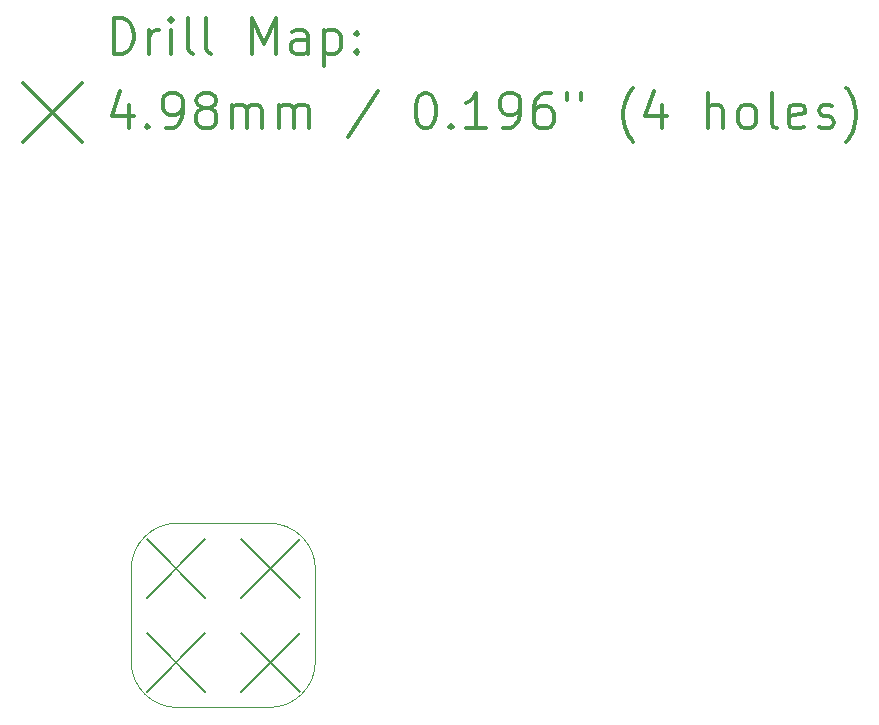
<source format=gbr>
G04 This is an RS-274x file exported by *
G04 gerbv version 2.6.0 *
G04 More information is available about gerbv at *
G04 http://gerbv.gpleda.org/ *
G04 --End of header info--*
%MOIN*%
%FSLAX34Y34*%
%IPPOS*%
G04 --Define apertures--*
%ADD10C,0.0050*%
%ADD11C,0.0079*%
%ADD12C,0.0118*%
%ADD13C,0.0138*%
%ADD14C,0.0016*%
G04 --Start main section--*
G54D11*
G01X0002170Y-017995D02*
G01X0004131Y-019956D01*
G01X0004131Y-017995D02*
G01X0002170Y-019956D01*
G01X0002170Y-021145D02*
G01X0004131Y-023105D01*
G01X0004131Y-021145D02*
G01X0002170Y-023105D01*
G01X0005320Y-017995D02*
G01X0007280Y-019956D01*
G01X0007280Y-017995D02*
G01X0005320Y-019956D01*
G01X0005320Y-021145D02*
G01X0007280Y-023105D01*
G01X0007280Y-021145D02*
G01X0005320Y-023105D01*
G54D12*
G01X0001069Y-001834D02*
G01X0001069Y-000652D01*
G01X0001069Y-000652D02*
G01X0001350Y-000652D01*
G01X0001350Y-000652D02*
G01X0001519Y-000709D01*
G01X0001519Y-000709D02*
G01X0001631Y-000821D01*
G01X0001631Y-000821D02*
G01X0001687Y-000934D01*
G01X0001687Y-000934D02*
G01X0001744Y-001159D01*
G01X0001744Y-001159D02*
G01X0001744Y-001327D01*
G01X0001744Y-001327D02*
G01X0001687Y-001552D01*
G01X0001687Y-001552D02*
G01X0001631Y-001665D01*
G01X0001631Y-001665D02*
G01X0001519Y-001777D01*
G01X0001519Y-001777D02*
G01X0001350Y-001834D01*
G01X0001350Y-001834D02*
G01X0001069Y-001834D01*
G01X0002250Y-001834D02*
G01X0002250Y-001046D01*
G01X0002250Y-001271D02*
G01X0002306Y-001159D01*
G01X0002306Y-001159D02*
G01X0002362Y-001102D01*
G01X0002362Y-001102D02*
G01X0002475Y-001046D01*
G01X0002475Y-001046D02*
G01X0002587Y-001046D01*
G01X0002981Y-001834D02*
G01X0002981Y-001046D01*
G01X0002981Y-000652D02*
G01X0002925Y-000709D01*
G01X0002925Y-000709D02*
G01X0002981Y-000765D01*
G01X0002981Y-000765D02*
G01X0003037Y-000709D01*
G01X0003037Y-000709D02*
G01X0002981Y-000652D01*
G01X0002981Y-000652D02*
G01X0002981Y-000765D01*
G01X0003712Y-001834D02*
G01X0003600Y-001777D01*
G01X0003600Y-001777D02*
G01X0003543Y-001665D01*
G01X0003543Y-001665D02*
G01X0003543Y-000652D01*
G01X0004331Y-001834D02*
G01X0004218Y-001777D01*
G01X0004218Y-001777D02*
G01X0004162Y-001665D01*
G01X0004162Y-001665D02*
G01X0004162Y-000652D01*
G01X0005681Y-001834D02*
G01X0005681Y-000652D01*
G01X0005681Y-000652D02*
G01X0006074Y-001496D01*
G01X0006074Y-001496D02*
G01X0006468Y-000652D01*
G01X0006468Y-000652D02*
G01X0006468Y-001834D01*
G01X0007537Y-001834D02*
G01X0007537Y-001215D01*
G01X0007537Y-001215D02*
G01X0007480Y-001102D01*
G01X0007480Y-001102D02*
G01X0007368Y-001046D01*
G01X0007368Y-001046D02*
G01X0007143Y-001046D01*
G01X0007143Y-001046D02*
G01X0007030Y-001102D01*
G01X0007537Y-001777D02*
G01X0007424Y-001834D01*
G01X0007424Y-001834D02*
G01X0007143Y-001834D01*
G01X0007143Y-001834D02*
G01X0007030Y-001777D01*
G01X0007030Y-001777D02*
G01X0006974Y-001665D01*
G01X0006974Y-001665D02*
G01X0006974Y-001552D01*
G01X0006974Y-001552D02*
G01X0007030Y-001440D01*
G01X0007030Y-001440D02*
G01X0007143Y-001384D01*
G01X0007143Y-001384D02*
G01X0007424Y-001384D01*
G01X0007424Y-001384D02*
G01X0007537Y-001327D01*
G01X0008099Y-001046D02*
G01X0008099Y-002227D01*
G01X0008099Y-001102D02*
G01X0008211Y-001046D01*
G01X0008211Y-001046D02*
G01X0008436Y-001046D01*
G01X0008436Y-001046D02*
G01X0008549Y-001102D01*
G01X0008549Y-001102D02*
G01X0008605Y-001159D01*
G01X0008605Y-001159D02*
G01X0008661Y-001271D01*
G01X0008661Y-001271D02*
G01X0008661Y-001609D01*
G01X0008661Y-001609D02*
G01X0008605Y-001721D01*
G01X0008605Y-001721D02*
G01X0008549Y-001777D01*
G01X0008549Y-001777D02*
G01X0008436Y-001834D01*
G01X0008436Y-001834D02*
G01X0008211Y-001834D01*
G01X0008211Y-001834D02*
G01X0008099Y-001777D01*
G01X0009168Y-001721D02*
G01X0009224Y-001777D01*
G01X0009224Y-001777D02*
G01X0009168Y-001834D01*
G01X0009168Y-001834D02*
G01X0009111Y-001777D01*
G01X0009111Y-001777D02*
G01X0009168Y-001721D01*
G01X0009168Y-001721D02*
G01X0009168Y-001834D01*
G01X0009168Y-001102D02*
G01X0009224Y-001159D01*
G01X0009224Y-001159D02*
G01X0009168Y-001215D01*
G01X0009168Y-001215D02*
G01X0009111Y-001159D01*
G01X0009111Y-001159D02*
G01X0009168Y-001102D01*
G01X0009168Y-001102D02*
G01X0009168Y-001215D01*
G01X-001961Y-002799D02*
G01X0000000Y-004760D01*
G01X0000000Y-002799D02*
G01X-001961Y-004760D01*
G01X0001575Y-003526D02*
G01X0001575Y-004314D01*
G01X0001294Y-003076D02*
G01X0001012Y-003920D01*
G01X0001012Y-003920D02*
G01X0001744Y-003920D01*
G01X0002193Y-004201D02*
G01X0002250Y-004258D01*
G01X0002250Y-004258D02*
G01X0002193Y-004314D01*
G01X0002193Y-004314D02*
G01X0002137Y-004258D01*
G01X0002137Y-004258D02*
G01X0002193Y-004201D01*
G01X0002193Y-004201D02*
G01X0002193Y-004314D01*
G01X0002812Y-004314D02*
G01X0003037Y-004314D01*
G01X0003037Y-004314D02*
G01X0003150Y-004258D01*
G01X0003150Y-004258D02*
G01X0003206Y-004201D01*
G01X0003206Y-004201D02*
G01X0003318Y-004033D01*
G01X0003318Y-004033D02*
G01X0003375Y-003808D01*
G01X0003375Y-003808D02*
G01X0003375Y-003358D01*
G01X0003375Y-003358D02*
G01X0003318Y-003245D01*
G01X0003318Y-003245D02*
G01X0003262Y-003189D01*
G01X0003262Y-003189D02*
G01X0003150Y-003133D01*
G01X0003150Y-003133D02*
G01X0002925Y-003133D01*
G01X0002925Y-003133D02*
G01X0002812Y-003189D01*
G01X0002812Y-003189D02*
G01X0002756Y-003245D01*
G01X0002756Y-003245D02*
G01X0002700Y-003358D01*
G01X0002700Y-003358D02*
G01X0002700Y-003639D01*
G01X0002700Y-003639D02*
G01X0002756Y-003751D01*
G01X0002756Y-003751D02*
G01X0002812Y-003808D01*
G01X0002812Y-003808D02*
G01X0002925Y-003864D01*
G01X0002925Y-003864D02*
G01X0003150Y-003864D01*
G01X0003150Y-003864D02*
G01X0003262Y-003808D01*
G01X0003262Y-003808D02*
G01X0003318Y-003751D01*
G01X0003318Y-003751D02*
G01X0003375Y-003639D01*
G01X0004049Y-003639D02*
G01X0003937Y-003583D01*
G01X0003937Y-003583D02*
G01X0003881Y-003526D01*
G01X0003881Y-003526D02*
G01X0003825Y-003414D01*
G01X0003825Y-003414D02*
G01X0003825Y-003358D01*
G01X0003825Y-003358D02*
G01X0003881Y-003245D01*
G01X0003881Y-003245D02*
G01X0003937Y-003189D01*
G01X0003937Y-003189D02*
G01X0004049Y-003133D01*
G01X0004049Y-003133D02*
G01X0004274Y-003133D01*
G01X0004274Y-003133D02*
G01X0004387Y-003189D01*
G01X0004387Y-003189D02*
G01X0004443Y-003245D01*
G01X0004443Y-003245D02*
G01X0004499Y-003358D01*
G01X0004499Y-003358D02*
G01X0004499Y-003414D01*
G01X0004499Y-003414D02*
G01X0004443Y-003526D01*
G01X0004443Y-003526D02*
G01X0004387Y-003583D01*
G01X0004387Y-003583D02*
G01X0004274Y-003639D01*
G01X0004274Y-003639D02*
G01X0004049Y-003639D01*
G01X0004049Y-003639D02*
G01X0003937Y-003695D01*
G01X0003937Y-003695D02*
G01X0003881Y-003751D01*
G01X0003881Y-003751D02*
G01X0003825Y-003864D01*
G01X0003825Y-003864D02*
G01X0003825Y-004089D01*
G01X0003825Y-004089D02*
G01X0003881Y-004201D01*
G01X0003881Y-004201D02*
G01X0003937Y-004258D01*
G01X0003937Y-004258D02*
G01X0004049Y-004314D01*
G01X0004049Y-004314D02*
G01X0004274Y-004314D01*
G01X0004274Y-004314D02*
G01X0004387Y-004258D01*
G01X0004387Y-004258D02*
G01X0004443Y-004201D01*
G01X0004443Y-004201D02*
G01X0004499Y-004089D01*
G01X0004499Y-004089D02*
G01X0004499Y-003864D01*
G01X0004499Y-003864D02*
G01X0004443Y-003751D01*
G01X0004443Y-003751D02*
G01X0004387Y-003695D01*
G01X0004387Y-003695D02*
G01X0004274Y-003639D01*
G01X0005006Y-004314D02*
G01X0005006Y-003526D01*
G01X0005006Y-003639D02*
G01X0005062Y-003583D01*
G01X0005062Y-003583D02*
G01X0005174Y-003526D01*
G01X0005174Y-003526D02*
G01X0005343Y-003526D01*
G01X0005343Y-003526D02*
G01X0005456Y-003583D01*
G01X0005456Y-003583D02*
G01X0005512Y-003695D01*
G01X0005512Y-003695D02*
G01X0005512Y-004314D01*
G01X0005512Y-003695D02*
G01X0005568Y-003583D01*
G01X0005568Y-003583D02*
G01X0005681Y-003526D01*
G01X0005681Y-003526D02*
G01X0005849Y-003526D01*
G01X0005849Y-003526D02*
G01X0005962Y-003583D01*
G01X0005962Y-003583D02*
G01X0006018Y-003695D01*
G01X0006018Y-003695D02*
G01X0006018Y-004314D01*
G01X0006580Y-004314D02*
G01X0006580Y-003526D01*
G01X0006580Y-003639D02*
G01X0006637Y-003583D01*
G01X0006637Y-003583D02*
G01X0006749Y-003526D01*
G01X0006749Y-003526D02*
G01X0006918Y-003526D01*
G01X0006918Y-003526D02*
G01X0007030Y-003583D01*
G01X0007030Y-003583D02*
G01X0007087Y-003695D01*
G01X0007087Y-003695D02*
G01X0007087Y-004314D01*
G01X0007087Y-003695D02*
G01X0007143Y-003583D01*
G01X0007143Y-003583D02*
G01X0007255Y-003526D01*
G01X0007255Y-003526D02*
G01X0007424Y-003526D01*
G01X0007424Y-003526D02*
G01X0007537Y-003583D01*
G01X0007537Y-003583D02*
G01X0007593Y-003695D01*
G01X0007593Y-003695D02*
G01X0007593Y-004314D01*
G01X0009899Y-003076D02*
G01X0008886Y-004595D01*
G01X0011417Y-003133D02*
G01X0011530Y-003133D01*
G01X0011530Y-003133D02*
G01X0011642Y-003189D01*
G01X0011642Y-003189D02*
G01X0011699Y-003245D01*
G01X0011699Y-003245D02*
G01X0011755Y-003358D01*
G01X0011755Y-003358D02*
G01X0011811Y-003583D01*
G01X0011811Y-003583D02*
G01X0011811Y-003864D01*
G01X0011811Y-003864D02*
G01X0011755Y-004089D01*
G01X0011755Y-004089D02*
G01X0011699Y-004201D01*
G01X0011699Y-004201D02*
G01X0011642Y-004258D01*
G01X0011642Y-004258D02*
G01X0011530Y-004314D01*
G01X0011530Y-004314D02*
G01X0011417Y-004314D01*
G01X0011417Y-004314D02*
G01X0011305Y-004258D01*
G01X0011305Y-004258D02*
G01X0011249Y-004201D01*
G01X0011249Y-004201D02*
G01X0011192Y-004089D01*
G01X0011192Y-004089D02*
G01X0011136Y-003864D01*
G01X0011136Y-003864D02*
G01X0011136Y-003583D01*
G01X0011136Y-003583D02*
G01X0011192Y-003358D01*
G01X0011192Y-003358D02*
G01X0011249Y-003245D01*
G01X0011249Y-003245D02*
G01X0011305Y-003189D01*
G01X0011305Y-003189D02*
G01X0011417Y-003133D01*
G01X0012317Y-004201D02*
G01X0012373Y-004258D01*
G01X0012373Y-004258D02*
G01X0012317Y-004314D01*
G01X0012317Y-004314D02*
G01X0012261Y-004258D01*
G01X0012261Y-004258D02*
G01X0012317Y-004201D01*
G01X0012317Y-004201D02*
G01X0012317Y-004314D01*
G01X0013498Y-004314D02*
G01X0012823Y-004314D01*
G01X0013161Y-004314D02*
G01X0013161Y-003133D01*
G01X0013161Y-003133D02*
G01X0013048Y-003301D01*
G01X0013048Y-003301D02*
G01X0012936Y-003414D01*
G01X0012936Y-003414D02*
G01X0012823Y-003470D01*
G01X0014061Y-004314D02*
G01X0014286Y-004314D01*
G01X0014286Y-004314D02*
G01X0014398Y-004258D01*
G01X0014398Y-004258D02*
G01X0014454Y-004201D01*
G01X0014454Y-004201D02*
G01X0014567Y-004033D01*
G01X0014567Y-004033D02*
G01X0014623Y-003808D01*
G01X0014623Y-003808D02*
G01X0014623Y-003358D01*
G01X0014623Y-003358D02*
G01X0014567Y-003245D01*
G01X0014567Y-003245D02*
G01X0014511Y-003189D01*
G01X0014511Y-003189D02*
G01X0014398Y-003133D01*
G01X0014398Y-003133D02*
G01X0014173Y-003133D01*
G01X0014173Y-003133D02*
G01X0014061Y-003189D01*
G01X0014061Y-003189D02*
G01X0014005Y-003245D01*
G01X0014005Y-003245D02*
G01X0013948Y-003358D01*
G01X0013948Y-003358D02*
G01X0013948Y-003639D01*
G01X0013948Y-003639D02*
G01X0014005Y-003751D01*
G01X0014005Y-003751D02*
G01X0014061Y-003808D01*
G01X0014061Y-003808D02*
G01X0014173Y-003864D01*
G01X0014173Y-003864D02*
G01X0014398Y-003864D01*
G01X0014398Y-003864D02*
G01X0014511Y-003808D01*
G01X0014511Y-003808D02*
G01X0014567Y-003751D01*
G01X0014567Y-003751D02*
G01X0014623Y-003639D01*
G01X0015636Y-003133D02*
G01X0015411Y-003133D01*
G01X0015411Y-003133D02*
G01X0015298Y-003189D01*
G01X0015298Y-003189D02*
G01X0015242Y-003245D01*
G01X0015242Y-003245D02*
G01X0015129Y-003414D01*
G01X0015129Y-003414D02*
G01X0015073Y-003639D01*
G01X0015073Y-003639D02*
G01X0015073Y-004089D01*
G01X0015073Y-004089D02*
G01X0015129Y-004201D01*
G01X0015129Y-004201D02*
G01X0015186Y-004258D01*
G01X0015186Y-004258D02*
G01X0015298Y-004314D01*
G01X0015298Y-004314D02*
G01X0015523Y-004314D01*
G01X0015523Y-004314D02*
G01X0015636Y-004258D01*
G01X0015636Y-004258D02*
G01X0015692Y-004201D01*
G01X0015692Y-004201D02*
G01X0015748Y-004089D01*
G01X0015748Y-004089D02*
G01X0015748Y-003808D01*
G01X0015748Y-003808D02*
G01X0015692Y-003695D01*
G01X0015692Y-003695D02*
G01X0015636Y-003639D01*
G01X0015636Y-003639D02*
G01X0015523Y-003583D01*
G01X0015523Y-003583D02*
G01X0015298Y-003583D01*
G01X0015298Y-003583D02*
G01X0015186Y-003639D01*
G01X0015186Y-003639D02*
G01X0015129Y-003695D01*
G01X0015129Y-003695D02*
G01X0015073Y-003808D01*
G01X0016198Y-003133D02*
G01X0016198Y-003358D01*
G01X0016648Y-003133D02*
G01X0016648Y-003358D01*
G01X0018391Y-004764D02*
G01X0018335Y-004708D01*
G01X0018335Y-004708D02*
G01X0018223Y-004539D01*
G01X0018223Y-004539D02*
G01X0018166Y-004426D01*
G01X0018166Y-004426D02*
G01X0018110Y-004258D01*
G01X0018110Y-004258D02*
G01X0018054Y-003976D01*
G01X0018054Y-003976D02*
G01X0018054Y-003751D01*
G01X0018054Y-003751D02*
G01X0018110Y-003470D01*
G01X0018110Y-003470D02*
G01X0018166Y-003301D01*
G01X0018166Y-003301D02*
G01X0018223Y-003189D01*
G01X0018223Y-003189D02*
G01X0018335Y-003020D01*
G01X0018335Y-003020D02*
G01X0018391Y-002964D01*
G01X0019348Y-003526D02*
G01X0019348Y-004314D01*
G01X0019066Y-003076D02*
G01X0018785Y-003920D01*
G01X0018785Y-003920D02*
G01X0019516Y-003920D01*
G01X0020866Y-004314D02*
G01X0020866Y-003133D01*
G01X0021372Y-004314D02*
G01X0021372Y-003695D01*
G01X0021372Y-003695D02*
G01X0021316Y-003583D01*
G01X0021316Y-003583D02*
G01X0021204Y-003526D01*
G01X0021204Y-003526D02*
G01X0021035Y-003526D01*
G01X0021035Y-003526D02*
G01X0020922Y-003583D01*
G01X0020922Y-003583D02*
G01X0020866Y-003639D01*
G01X0022103Y-004314D02*
G01X0021991Y-004258D01*
G01X0021991Y-004258D02*
G01X0021935Y-004201D01*
G01X0021935Y-004201D02*
G01X0021879Y-004089D01*
G01X0021879Y-004089D02*
G01X0021879Y-003751D01*
G01X0021879Y-003751D02*
G01X0021935Y-003639D01*
G01X0021935Y-003639D02*
G01X0021991Y-003583D01*
G01X0021991Y-003583D02*
G01X0022103Y-003526D01*
G01X0022103Y-003526D02*
G01X0022272Y-003526D01*
G01X0022272Y-003526D02*
G01X0022385Y-003583D01*
G01X0022385Y-003583D02*
G01X0022441Y-003639D01*
G01X0022441Y-003639D02*
G01X0022497Y-003751D01*
G01X0022497Y-003751D02*
G01X0022497Y-004089D01*
G01X0022497Y-004089D02*
G01X0022441Y-004201D01*
G01X0022441Y-004201D02*
G01X0022385Y-004258D01*
G01X0022385Y-004258D02*
G01X0022272Y-004314D01*
G01X0022272Y-004314D02*
G01X0022103Y-004314D01*
G01X0023172Y-004314D02*
G01X0023060Y-004258D01*
G01X0023060Y-004258D02*
G01X0023003Y-004145D01*
G01X0023003Y-004145D02*
G01X0023003Y-003133D01*
G01X0024072Y-004258D02*
G01X0023960Y-004314D01*
G01X0023960Y-004314D02*
G01X0023735Y-004314D01*
G01X0023735Y-004314D02*
G01X0023622Y-004258D01*
G01X0023622Y-004258D02*
G01X0023566Y-004145D01*
G01X0023566Y-004145D02*
G01X0023566Y-003695D01*
G01X0023566Y-003695D02*
G01X0023622Y-003583D01*
G01X0023622Y-003583D02*
G01X0023735Y-003526D01*
G01X0023735Y-003526D02*
G01X0023960Y-003526D01*
G01X0023960Y-003526D02*
G01X0024072Y-003583D01*
G01X0024072Y-003583D02*
G01X0024128Y-003695D01*
G01X0024128Y-003695D02*
G01X0024128Y-003808D01*
G01X0024128Y-003808D02*
G01X0023566Y-003920D01*
G01X0024578Y-004258D02*
G01X0024691Y-004314D01*
G01X0024691Y-004314D02*
G01X0024916Y-004314D01*
G01X0024916Y-004314D02*
G01X0025028Y-004258D01*
G01X0025028Y-004258D02*
G01X0025084Y-004145D01*
G01X0025084Y-004145D02*
G01X0025084Y-004089D01*
G01X0025084Y-004089D02*
G01X0025028Y-003976D01*
G01X0025028Y-003976D02*
G01X0024916Y-003920D01*
G01X0024916Y-003920D02*
G01X0024747Y-003920D01*
G01X0024747Y-003920D02*
G01X0024634Y-003864D01*
G01X0024634Y-003864D02*
G01X0024578Y-003751D01*
G01X0024578Y-003751D02*
G01X0024578Y-003695D01*
G01X0024578Y-003695D02*
G01X0024634Y-003583D01*
G01X0024634Y-003583D02*
G01X0024747Y-003526D01*
G01X0024747Y-003526D02*
G01X0024916Y-003526D01*
G01X0024916Y-003526D02*
G01X0025028Y-003583D01*
G01X0025478Y-004764D02*
G01X0025534Y-004708D01*
G01X0025534Y-004708D02*
G01X0025647Y-004539D01*
G01X0025647Y-004539D02*
G01X0025703Y-004426D01*
G01X0025703Y-004426D02*
G01X0025759Y-004258D01*
G01X0025759Y-004258D02*
G01X0025816Y-003976D01*
G01X0025816Y-003976D02*
G01X0025816Y-003751D01*
G01X0025816Y-003751D02*
G01X0025759Y-003470D01*
G01X0025759Y-003470D02*
G01X0025703Y-003301D01*
G01X0025703Y-003301D02*
G01X0025647Y-003189D01*
G01X0025647Y-003189D02*
G01X0025534Y-003020D01*
G01X0025534Y-003020D02*
G01X0025478Y-002964D01*
G01X0000000Y0000000D02*
G54D14*
G01X0006261Y-017479D02*
G01X0003190Y-017479D01*
G01X0006261Y-023621D02*
G01X0003190Y-023621D01*
G01X0007796Y-022086D02*
G01X0007796Y-019015D01*
G01X0001654Y-022086D02*
G01X0001654Y-019015D01*
G01X0007796Y-019015D02*
G75*
G03X0006261Y-017479I-001535J0000000D01*
G01X0006261Y-023621D02*
G75*
G03X0007796Y-022086I0000000J0001535D01*
G01X0001654Y-022086D02*
G75*
G03X0003190Y-023621I0001535J0000000D01*
G01X0003190Y-017479D02*
G75*
G03X0001654Y-019015I0000000J-001535D01*
G01X0000000Y0000000D02*
M02*

</source>
